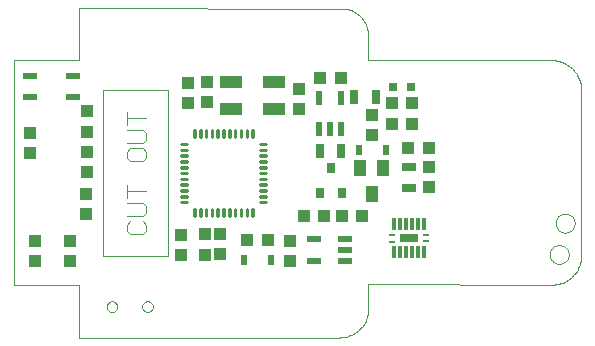
<source format=gbp>
G75*
G70*
%OFA0B0*%
%FSLAX24Y24*%
%IPPOS*%
%LPD*%
%AMOC8*
5,1,8,0,0,1.08239X$1,22.5*
%
%ADD10C,0.0000*%
%ADD11C,0.0039*%
%ADD12R,0.0394X0.0433*%
%ADD13C,0.0100*%
%ADD14R,0.0748X0.0433*%
%ADD15R,0.0472X0.0236*%
%ADD16R,0.0472X0.0217*%
%ADD17R,0.0118X0.0394*%
%ADD18R,0.0236X0.0098*%
%ADD19R,0.0630X0.0276*%
%ADD20R,0.0394X0.0551*%
%ADD21R,0.0248X0.0327*%
%ADD22R,0.0433X0.0394*%
%ADD23R,0.0472X0.0315*%
%ADD24R,0.0220X0.0500*%
%ADD25R,0.0315X0.0472*%
%ADD26R,0.0413X0.0425*%
%ADD27R,0.0315X0.0354*%
%ADD28R,0.0315X0.0315*%
D10*
X003148Y002009D02*
X003148Y009489D01*
X005313Y009489D01*
X005313Y011222D01*
X013990Y011206D01*
X014935Y010418D02*
X014935Y009501D01*
X021061Y009489D01*
X021123Y009487D01*
X021184Y009481D01*
X021245Y009472D01*
X021306Y009458D01*
X021365Y009441D01*
X021423Y009420D01*
X021480Y009395D01*
X021535Y009367D01*
X021588Y009336D01*
X021639Y009301D01*
X021688Y009263D01*
X021735Y009222D01*
X021778Y009179D01*
X021819Y009132D01*
X021857Y009083D01*
X021892Y009032D01*
X021923Y008979D01*
X021951Y008924D01*
X021976Y008867D01*
X021997Y008809D01*
X022014Y008750D01*
X022028Y008689D01*
X022037Y008628D01*
X022043Y008567D01*
X022045Y008505D01*
X022045Y002974D01*
X021002Y003013D02*
X021004Y003048D01*
X021010Y003083D01*
X021020Y003117D01*
X021033Y003150D01*
X021050Y003181D01*
X021071Y003209D01*
X021094Y003236D01*
X021121Y003259D01*
X021149Y003280D01*
X021180Y003297D01*
X021213Y003310D01*
X021247Y003320D01*
X021282Y003326D01*
X021317Y003328D01*
X021352Y003326D01*
X021387Y003320D01*
X021421Y003310D01*
X021454Y003297D01*
X021485Y003280D01*
X021513Y003259D01*
X021540Y003236D01*
X021563Y003209D01*
X021584Y003181D01*
X021601Y003150D01*
X021614Y003117D01*
X021624Y003083D01*
X021630Y003048D01*
X021632Y003013D01*
X021630Y002978D01*
X021624Y002943D01*
X021614Y002909D01*
X021601Y002876D01*
X021584Y002845D01*
X021563Y002817D01*
X021540Y002790D01*
X021513Y002767D01*
X021485Y002746D01*
X021454Y002729D01*
X021421Y002716D01*
X021387Y002706D01*
X021352Y002700D01*
X021317Y002698D01*
X021282Y002700D01*
X021247Y002706D01*
X021213Y002716D01*
X021180Y002729D01*
X021149Y002746D01*
X021121Y002767D01*
X021094Y002790D01*
X021071Y002817D01*
X021050Y002845D01*
X021033Y002876D01*
X021020Y002909D01*
X021010Y002943D01*
X021004Y002978D01*
X021002Y003013D01*
X021081Y002009D02*
X021142Y002011D01*
X021202Y002017D01*
X021262Y002026D01*
X021321Y002039D01*
X021379Y002056D01*
X021436Y002077D01*
X021492Y002101D01*
X021546Y002128D01*
X021598Y002159D01*
X021648Y002193D01*
X021696Y002230D01*
X021742Y002271D01*
X021784Y002313D01*
X021825Y002359D01*
X021862Y002407D01*
X021896Y002457D01*
X021927Y002509D01*
X021954Y002563D01*
X021978Y002619D01*
X021999Y002676D01*
X022016Y002734D01*
X022029Y002793D01*
X022038Y002853D01*
X022044Y002913D01*
X022046Y002974D01*
X021199Y004056D02*
X021201Y004091D01*
X021207Y004126D01*
X021217Y004160D01*
X021230Y004193D01*
X021247Y004224D01*
X021268Y004252D01*
X021291Y004279D01*
X021318Y004302D01*
X021346Y004323D01*
X021377Y004340D01*
X021410Y004353D01*
X021444Y004363D01*
X021479Y004369D01*
X021514Y004371D01*
X021549Y004369D01*
X021584Y004363D01*
X021618Y004353D01*
X021651Y004340D01*
X021682Y004323D01*
X021710Y004302D01*
X021737Y004279D01*
X021760Y004252D01*
X021781Y004224D01*
X021798Y004193D01*
X021811Y004160D01*
X021821Y004126D01*
X021827Y004091D01*
X021829Y004056D01*
X021827Y004021D01*
X021821Y003986D01*
X021811Y003952D01*
X021798Y003919D01*
X021781Y003888D01*
X021760Y003860D01*
X021737Y003833D01*
X021710Y003810D01*
X021682Y003789D01*
X021651Y003772D01*
X021618Y003759D01*
X021584Y003749D01*
X021549Y003743D01*
X021514Y003741D01*
X021479Y003743D01*
X021444Y003749D01*
X021410Y003759D01*
X021377Y003772D01*
X021346Y003789D01*
X021318Y003810D01*
X021291Y003833D01*
X021268Y003860D01*
X021247Y003888D01*
X021230Y003919D01*
X021217Y003952D01*
X021207Y003986D01*
X021201Y004021D01*
X021199Y004056D01*
X021081Y002009D02*
X014951Y002021D01*
X014951Y001210D01*
X014949Y001149D01*
X014943Y001089D01*
X014934Y001029D01*
X014921Y000970D01*
X014904Y000912D01*
X014883Y000855D01*
X014859Y000799D01*
X014832Y000745D01*
X014801Y000693D01*
X014767Y000643D01*
X014730Y000595D01*
X014689Y000549D01*
X014647Y000507D01*
X014601Y000466D01*
X014553Y000429D01*
X014503Y000395D01*
X014451Y000364D01*
X014397Y000337D01*
X014341Y000313D01*
X014284Y000292D01*
X014226Y000275D01*
X014167Y000262D01*
X014107Y000253D01*
X014047Y000247D01*
X013986Y000245D01*
X005293Y000237D01*
X005293Y002009D01*
X003148Y002009D01*
X006234Y001273D02*
X006236Y001299D01*
X006242Y001325D01*
X006252Y001350D01*
X006265Y001373D01*
X006281Y001393D01*
X006301Y001411D01*
X006323Y001426D01*
X006346Y001438D01*
X006372Y001446D01*
X006398Y001450D01*
X006424Y001450D01*
X006450Y001446D01*
X006476Y001438D01*
X006500Y001426D01*
X006521Y001411D01*
X006541Y001393D01*
X006557Y001373D01*
X006570Y001350D01*
X006580Y001325D01*
X006586Y001299D01*
X006588Y001273D01*
X006586Y001247D01*
X006580Y001221D01*
X006570Y001196D01*
X006557Y001173D01*
X006541Y001153D01*
X006521Y001135D01*
X006499Y001120D01*
X006476Y001108D01*
X006450Y001100D01*
X006424Y001096D01*
X006398Y001096D01*
X006372Y001100D01*
X006346Y001108D01*
X006322Y001120D01*
X006301Y001135D01*
X006281Y001153D01*
X006265Y001173D01*
X006252Y001196D01*
X006242Y001221D01*
X006236Y001247D01*
X006234Y001273D01*
X007415Y001273D02*
X007417Y001299D01*
X007423Y001325D01*
X007433Y001350D01*
X007446Y001373D01*
X007462Y001393D01*
X007482Y001411D01*
X007504Y001426D01*
X007527Y001438D01*
X007553Y001446D01*
X007579Y001450D01*
X007605Y001450D01*
X007631Y001446D01*
X007657Y001438D01*
X007681Y001426D01*
X007702Y001411D01*
X007722Y001393D01*
X007738Y001373D01*
X007751Y001350D01*
X007761Y001325D01*
X007767Y001299D01*
X007769Y001273D01*
X007767Y001247D01*
X007761Y001221D01*
X007751Y001196D01*
X007738Y001173D01*
X007722Y001153D01*
X007702Y001135D01*
X007680Y001120D01*
X007657Y001108D01*
X007631Y001100D01*
X007605Y001096D01*
X007579Y001096D01*
X007553Y001100D01*
X007527Y001108D01*
X007503Y001120D01*
X007482Y001135D01*
X007462Y001153D01*
X007446Y001173D01*
X007433Y001196D01*
X007423Y001221D01*
X007417Y001247D01*
X007415Y001273D01*
X007447Y003682D02*
X007007Y003682D01*
X006896Y003792D01*
X006896Y004012D01*
X007007Y004123D01*
X006896Y004290D02*
X007447Y004290D01*
X007557Y004400D01*
X007557Y004620D01*
X007447Y004730D01*
X006896Y004730D01*
X006896Y004898D02*
X006896Y005338D01*
X006896Y005118D02*
X007557Y005118D01*
X007447Y006113D02*
X007007Y006113D01*
X006896Y006223D01*
X006896Y006443D01*
X007007Y006553D01*
X007447Y006553D01*
X007557Y006443D01*
X007557Y006223D01*
X007447Y006113D01*
X007447Y006721D02*
X006896Y006721D01*
X007447Y006721D02*
X007557Y006831D01*
X007557Y007051D01*
X007447Y007161D01*
X006896Y007161D01*
X006896Y007328D02*
X006896Y007769D01*
X006896Y007549D02*
X007557Y007549D01*
X007447Y004123D02*
X007557Y004012D01*
X007557Y003792D01*
X007447Y003682D01*
X013990Y011206D02*
X014047Y011210D01*
X014104Y011209D01*
X014161Y011205D01*
X014217Y011197D01*
X014273Y011186D01*
X014328Y011171D01*
X014382Y011152D01*
X014434Y011130D01*
X014485Y011104D01*
X014534Y011075D01*
X014581Y011043D01*
X014626Y011008D01*
X014668Y010970D01*
X014708Y010930D01*
X014746Y010887D01*
X014780Y010841D01*
X014811Y010794D01*
X014839Y010744D01*
X014864Y010693D01*
X014886Y010640D01*
X014903Y010586D01*
X014918Y010531D01*
X014928Y010475D01*
X014935Y010419D01*
D11*
X008285Y008485D02*
X008285Y002974D01*
X006100Y002974D01*
X006100Y008485D01*
X008285Y008485D01*
D12*
X008939Y008745D03*
X009565Y008757D03*
X009565Y008088D03*
X008939Y008076D03*
X005581Y007781D03*
X005581Y007111D03*
X005569Y006422D03*
X005569Y005753D03*
X005557Y005021D03*
X005557Y004351D03*
X005022Y003474D03*
X003854Y003467D03*
X003854Y002798D03*
X005022Y002804D03*
X008722Y003001D03*
X009514Y003011D03*
X010022Y003017D03*
X010022Y003686D03*
X009514Y003680D03*
X008722Y003670D03*
X012340Y003466D03*
X012340Y002796D03*
X016966Y005257D03*
X016966Y005926D03*
X015081Y007005D03*
X015081Y007674D03*
X012640Y007859D03*
X012640Y008529D03*
X003667Y007056D03*
X003667Y006387D03*
D13*
X008707Y006299D02*
X008921Y006299D01*
X008707Y006299D02*
X008707Y006317D01*
X008921Y006317D01*
X008921Y006299D01*
X008921Y006105D02*
X008707Y006105D01*
X008707Y006123D01*
X008921Y006123D01*
X008921Y006105D01*
X008921Y005911D02*
X008707Y005911D01*
X008707Y005929D01*
X008921Y005929D01*
X008921Y005911D01*
X008921Y005734D02*
X008707Y005734D01*
X008921Y005734D02*
X008921Y005716D01*
X008707Y005716D01*
X008707Y005734D01*
X008707Y005540D02*
X008921Y005540D01*
X008921Y005522D01*
X008707Y005522D01*
X008707Y005540D01*
X008707Y005346D02*
X008921Y005346D01*
X008921Y005328D01*
X008707Y005328D01*
X008707Y005346D01*
X008707Y005152D02*
X008921Y005152D01*
X008921Y005134D01*
X008707Y005134D01*
X008707Y005152D01*
X008707Y004958D02*
X008921Y004958D01*
X008921Y004940D01*
X008707Y004940D01*
X008707Y004958D01*
X008707Y004764D02*
X008921Y004764D01*
X008921Y004746D01*
X008707Y004746D01*
X008707Y004764D01*
X009166Y004519D02*
X009166Y004305D01*
X009148Y004305D01*
X009148Y004519D01*
X009166Y004519D01*
X009166Y004404D02*
X009148Y004404D01*
X009148Y004503D02*
X009166Y004503D01*
X009360Y004519D02*
X009360Y004305D01*
X009342Y004305D01*
X009342Y004519D01*
X009360Y004519D01*
X009360Y004404D02*
X009342Y004404D01*
X009342Y004503D02*
X009360Y004503D01*
X009555Y004519D02*
X009555Y004305D01*
X009537Y004305D01*
X009537Y004519D01*
X009555Y004519D01*
X009555Y004404D02*
X009537Y004404D01*
X009537Y004503D02*
X009555Y004503D01*
X009749Y004519D02*
X009749Y004305D01*
X009731Y004305D01*
X009731Y004519D01*
X009749Y004519D01*
X009749Y004404D02*
X009731Y004404D01*
X009731Y004503D02*
X009749Y004503D01*
X009943Y004519D02*
X009943Y004305D01*
X009925Y004305D01*
X009925Y004519D01*
X009943Y004519D01*
X009943Y004404D02*
X009925Y004404D01*
X009925Y004503D02*
X009943Y004503D01*
X010119Y004519D02*
X010119Y004305D01*
X010119Y004519D02*
X010137Y004519D01*
X010137Y004305D01*
X010119Y004305D01*
X010119Y004404D02*
X010137Y004404D01*
X010137Y004503D02*
X010119Y004503D01*
X010313Y004519D02*
X010313Y004305D01*
X010313Y004519D02*
X010331Y004519D01*
X010331Y004305D01*
X010313Y004305D01*
X010313Y004404D02*
X010331Y004404D01*
X010331Y004503D02*
X010313Y004503D01*
X010507Y004519D02*
X010507Y004305D01*
X010507Y004519D02*
X010525Y004519D01*
X010525Y004305D01*
X010507Y004305D01*
X010507Y004404D02*
X010525Y004404D01*
X010525Y004503D02*
X010507Y004503D01*
X010701Y004519D02*
X010701Y004305D01*
X010701Y004519D02*
X010719Y004519D01*
X010719Y004305D01*
X010701Y004305D01*
X010701Y004404D02*
X010719Y004404D01*
X010719Y004503D02*
X010701Y004503D01*
X010895Y004519D02*
X010895Y004305D01*
X010895Y004519D02*
X010913Y004519D01*
X010913Y004305D01*
X010895Y004305D01*
X010895Y004404D02*
X010913Y004404D01*
X010913Y004503D02*
X010895Y004503D01*
X011089Y004519D02*
X011089Y004305D01*
X011089Y004519D02*
X011107Y004519D01*
X011107Y004305D01*
X011089Y004305D01*
X011089Y004404D02*
X011107Y004404D01*
X011107Y004503D02*
X011089Y004503D01*
X011334Y004764D02*
X011548Y004764D01*
X011548Y004746D01*
X011334Y004746D01*
X011334Y004764D01*
X011334Y004958D02*
X011548Y004958D01*
X011548Y004940D01*
X011334Y004940D01*
X011334Y004958D01*
X011334Y005152D02*
X011548Y005152D01*
X011548Y005134D01*
X011334Y005134D01*
X011334Y005152D01*
X011334Y005346D02*
X011548Y005346D01*
X011548Y005328D01*
X011334Y005328D01*
X011334Y005346D01*
X011334Y005540D02*
X011548Y005540D01*
X011548Y005522D01*
X011334Y005522D01*
X011334Y005540D01*
X011334Y005716D02*
X011548Y005716D01*
X011334Y005716D02*
X011334Y005734D01*
X011548Y005734D01*
X011548Y005716D01*
X011548Y005911D02*
X011334Y005911D01*
X011334Y005929D01*
X011548Y005929D01*
X011548Y005911D01*
X011548Y006105D02*
X011334Y006105D01*
X011334Y006123D01*
X011548Y006123D01*
X011548Y006105D01*
X011548Y006299D02*
X011334Y006299D01*
X011334Y006317D01*
X011548Y006317D01*
X011548Y006299D01*
X011548Y006493D02*
X011334Y006493D01*
X011334Y006511D01*
X011548Y006511D01*
X011548Y006493D01*
X011548Y006687D02*
X011334Y006687D01*
X011334Y006705D01*
X011548Y006705D01*
X011548Y006687D01*
X011089Y006932D02*
X011089Y007146D01*
X011107Y007146D01*
X011107Y006932D01*
X011089Y006932D01*
X011089Y007031D02*
X011107Y007031D01*
X011107Y007130D02*
X011089Y007130D01*
X010895Y007146D02*
X010895Y006932D01*
X010895Y007146D02*
X010913Y007146D01*
X010913Y006932D01*
X010895Y006932D01*
X010895Y007031D02*
X010913Y007031D01*
X010913Y007130D02*
X010895Y007130D01*
X010701Y007146D02*
X010701Y006932D01*
X010701Y007146D02*
X010719Y007146D01*
X010719Y006932D01*
X010701Y006932D01*
X010701Y007031D02*
X010719Y007031D01*
X010719Y007130D02*
X010701Y007130D01*
X010507Y007146D02*
X010507Y006932D01*
X010507Y007146D02*
X010525Y007146D01*
X010525Y006932D01*
X010507Y006932D01*
X010507Y007031D02*
X010525Y007031D01*
X010525Y007130D02*
X010507Y007130D01*
X010313Y007146D02*
X010313Y006932D01*
X010313Y007146D02*
X010331Y007146D01*
X010331Y006932D01*
X010313Y006932D01*
X010313Y007031D02*
X010331Y007031D01*
X010331Y007130D02*
X010313Y007130D01*
X010137Y007146D02*
X010137Y006932D01*
X010119Y006932D01*
X010119Y007146D01*
X010137Y007146D01*
X010137Y007031D02*
X010119Y007031D01*
X010119Y007130D02*
X010137Y007130D01*
X009943Y007146D02*
X009943Y006932D01*
X009925Y006932D01*
X009925Y007146D01*
X009943Y007146D01*
X009943Y007031D02*
X009925Y007031D01*
X009925Y007130D02*
X009943Y007130D01*
X009749Y007146D02*
X009749Y006932D01*
X009731Y006932D01*
X009731Y007146D01*
X009749Y007146D01*
X009749Y007031D02*
X009731Y007031D01*
X009731Y007130D02*
X009749Y007130D01*
X009555Y007146D02*
X009555Y006932D01*
X009537Y006932D01*
X009537Y007146D01*
X009555Y007146D01*
X009555Y007031D02*
X009537Y007031D01*
X009537Y007130D02*
X009555Y007130D01*
X009360Y007146D02*
X009360Y006932D01*
X009342Y006932D01*
X009342Y007146D01*
X009360Y007146D01*
X009360Y007031D02*
X009342Y007031D01*
X009342Y007130D02*
X009360Y007130D01*
X009166Y007146D02*
X009166Y006932D01*
X009148Y006932D01*
X009148Y007146D01*
X009166Y007146D01*
X009166Y007031D02*
X009148Y007031D01*
X009148Y007130D02*
X009166Y007130D01*
X008921Y006687D02*
X008707Y006687D01*
X008707Y006705D01*
X008921Y006705D01*
X008921Y006687D01*
X008921Y006493D02*
X008707Y006493D01*
X008707Y006511D01*
X008921Y006511D01*
X008921Y006493D01*
D14*
X010368Y007851D03*
X011825Y007851D03*
X011825Y008757D03*
X010368Y008757D03*
D15*
X005092Y008962D03*
X005092Y008253D03*
X003675Y008253D03*
X003675Y008962D03*
D16*
X013144Y003540D03*
X014167Y003540D03*
X014167Y003166D03*
X014167Y002792D03*
X013144Y002792D03*
D17*
X015817Y003092D03*
X016014Y003092D03*
X016211Y003092D03*
X016407Y003092D03*
X016604Y003092D03*
X016801Y003092D03*
X016801Y004036D03*
X016604Y004036D03*
X016407Y004036D03*
X016211Y004036D03*
X016014Y004036D03*
X015817Y004036D03*
D18*
X015758Y003662D03*
X015758Y003426D03*
X016860Y003466D03*
X016860Y003662D03*
D19*
X016309Y003564D03*
D20*
X015061Y005033D03*
X015435Y005899D03*
X014687Y005899D03*
D21*
X014632Y006485D03*
X015537Y006485D03*
X011711Y002816D03*
X010805Y002816D03*
D22*
X010923Y003509D03*
X011592Y003509D03*
X012809Y004300D03*
X013478Y004300D03*
X014085Y004296D03*
X014754Y004296D03*
X016289Y006556D03*
X016959Y006556D03*
X016407Y007367D03*
X015738Y007367D03*
X015742Y008060D03*
X016411Y008060D03*
D23*
X016321Y005942D03*
X016321Y005233D03*
D24*
X014057Y007208D03*
X013687Y007208D03*
X013317Y007208D03*
X013317Y008228D03*
X014057Y008228D03*
D25*
X014486Y008269D03*
X015195Y008269D03*
X014041Y006466D03*
X013333Y006466D03*
D26*
X013338Y008891D03*
X014027Y008891D03*
D27*
X013703Y005879D03*
X014077Y005052D03*
X013329Y005052D03*
D28*
X015777Y008599D03*
X016368Y008599D03*
M02*

</source>
